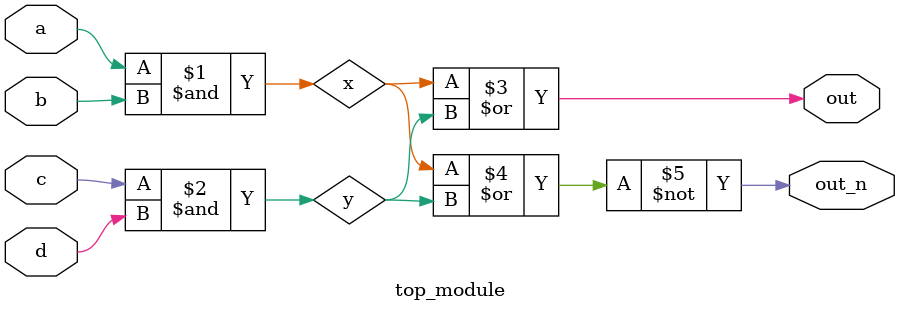
<source format=v>
module top_module(
    input a,
    input b,
    input c,
    input d,
    output out,
    output out_n   );
    wire x,y,z;
    assign x=(a&b);
    assign y=(c&d);
    assign out=(x|y);
    assign out_n=~(x|y);
endmodule

</source>
